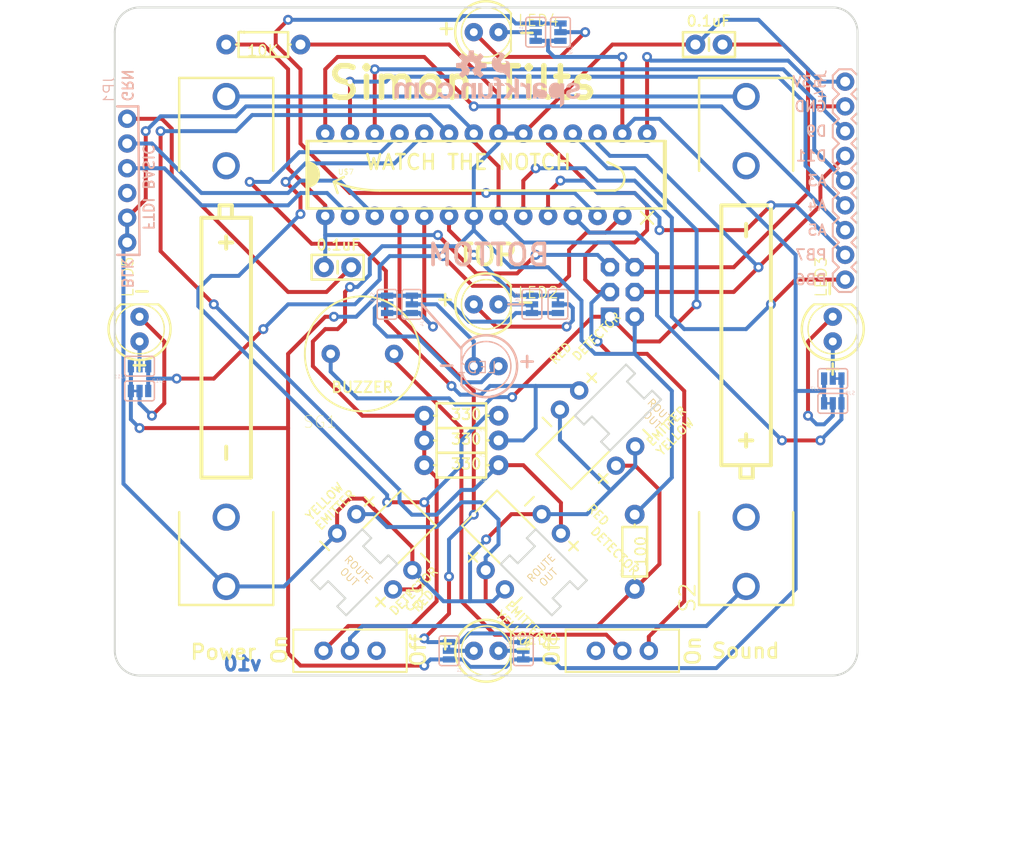
<source format=kicad_pcb>
(kicad_pcb (version 20211014) (generator pcbnew)
  (layers (0 "F.Cu" signal) (31 "B.Cu" signal) (34 "B.Paste" user) (35 "F.Paste" user) (36 "B.SilkS" user "B.Silkscreen") (37 "F.SilkS" user "F.Silkscreen") (38 "B.Mask" user) (39 "F.Mask" user) (44 "Edge.Cuts" user))
  (net 0 "")
  (net 1 "GND")
  (net 2 "3.3V")
  (net 3 "N$2")
  (net 4 "RESET")
  (net 5 "MOSI")
  (net 6 "SCK")
  (net 7 "MISO")
  (net 8 "DTR")
  (net 9 "RX-I")
  (net 10 "TX-O")
  (net 11 "N$4")
  (net 12 "N$3")
  (net 13 "LEDS-GND")
  (net 14 "LED0")
  (net 15 "LED1")
  (net 16 "LED2")
  (net 17 "LED3")
  (net 18 "LED4")
  (net 19 "LED5")
  (net 20 "N$6")
  (net 21 "TILT-0")
  (net 22 "TILT-1")
  (net 23 "TILT-2")
  (net 24 "D9")
  (net 25 "A3")
  (net 26 "A4")
  (net 27 "A5")
  (net 28 "PB6")
  (net 29 "PB7")
  (net 30 "N$1")
  (net 31 "N$5")
  (net 32 "N$7")
  (net 33 "N$8")
  (net 34 "N$9")
  (net 35 "N$10")
  (net 36 "N$11")
  (net 37 "N$12")
  (net 38 "N$13")
  (net 39 "N$14")
  (net 40 "N$15")
  (net 41 "N$16")
  (net 42 "N$17")
  (footprint "boardEagle:CREATIVE_COMMONS" (layer "F.Cu") (at 118.944643 148.1836)
    (fp_text reference "FRAME1" hide)
    (fp_text value "FRAME-LETTER" hide)
  )
  (footprint "boardEagle:TILT_SENSOR_V5" (layer "F.Cu") (at 159.9311 113.8936 135)
    (fp_text reference "U$6" hide)
    (fp_text value "TILT_SENSORV5" hide)
    (fp_line (start 1.2446 0.4318) (end 1.2446 -0.7366) (layer "Edge.Cuts") (width 0.2032))
    (fp_line (start 2.54 6.6802) (end 1.2446 6.6802) (layer "Edge.Cuts") (width 0.2032))
    (fp_line (start -1.2446 5.5118) (end 1.2446 5.5118) (layer "Edge.Cuts") (width 0.2032))
    (fp_line (start 1.2446 -0.7366) (end 2.54 -0.7366) (layer "Edge.Cuts") (width 0.2032))
    (fp_line (start -1.2446 6.6802) (end -2.54 6.6802) (layer "Edge.Cuts") (width 0.2032))
    (fp_line (start -1.2446 5.5118) (end -1.2446 6.6802) (layer "Edge.Cuts") (width 0.2032))
    (fp_line (start 1.2446 6.6802) (end 1.2446 5.5118) (layer "Edge.Cuts") (width 0.2032))
    (fp_line (start -1.2446 -0.7366) (end -1.2446 0.4318) (layer "Edge.Cuts") (width 0.2032))
    (fp_line (start -2.54 -0.7366) (end -1.2446 -0.7366) (layer "Edge.Cuts") (width 0.2032))
    (fp_line (start 2.54 6.6802) (end 2.54 -0.7366) (layer "Edge.Cuts") (width 0.2032))
    (fp_line (start -2.54 -0.7366) (end -2.54 6.6802) (layer "Edge.Cuts") (width 0.2032))
    (fp_line (start 1.2446 0.4318) (end -1.2446 0.4318) (layer "Edge.Cuts") (width 0.2032))
  )
  (footprint "boardEagle:AXIAL-0.3-KIT" (layer "F.Cu") (at 145.9611 115.1636 180)
    (fp_text reference "R3")
    (fp_text value "330")
  )
  (footprint "boardEagle:AXIAL-0.3-KIT" (layer "F.Cu") (at 145.9611 117.7036 180)
    (fp_text reference "R5")
    (fp_text value "330")
  )
  (footprint "boardEagle:STAND-OFF" (layer "F.Cu") (at 114.2111 135.4836)
    (fp_text reference "JP7" hide)
    (fp_text value "STAND-OFF" hide)
  )
  (footprint "boardEagle:DIL28-3_KEYED-14" (layer "F.Cu") (at 148.5011 87.8586)
    (fp_text reference "U$7")
    (fp_text value "AVR-MEGA8-P-KEYED-14")
  )
  (footprint "boardEagle:LED5MM-KIT" (layer "F.Cu") (at 148.5011 73.2536)
    (fp_text reference "LED4")
    (fp_text value "")
  )
  (footprint "boardEagle:CAP-PTH-SMALL-KIT" (layer "F.Cu") (at 133.2611 97.3836 180)
    (fp_text reference "C2" hide)
    (fp_text value "0.1uF" hide)
  )
  (footprint "boardEagle:LED5MM-KIT" (layer "F.Cu") (at 112.9411 103.7336 90)
    (fp_text reference "LED5")
    (fp_text value "")
  )
  (footprint "boardEagle:STAND-OFF" (layer "F.Cu") (at 182.7911 74.5236)
    (fp_text reference "JP6" hide)
    (fp_text value "STAND-OFF" hide)
  )
  (footprint "boardEagle:TILT_SENSOR_V5" (layer "F.Cu") (at 137.0711 126.5936 -45)
    (fp_text reference "U$5" hide)
    (fp_text value "TILT_SENSORV5" hide)
    (fp_line (start 1.2446 -0.7366) (end 2.54 -0.7366) (layer "Edge.Cuts") (width 0.2032))
    (fp_line (start 1.2446 6.6802) (end 1.2446 5.5118) (layer "Edge.Cuts") (width 0.2032))
    (fp_line (start 2.54 6.6802) (end 2.54 -0.7366) (layer "Edge.Cuts") (width 0.2032))
    (fp_line (start 2.54 6.6802) (end 1.2446 6.6802) (layer "Edge.Cuts") (width 0.2032))
    (fp_line (start -1.2446 5.5118) (end 1.2446 5.5118) (layer "Edge.Cuts") (width 0.2032))
    (fp_line (start 1.2446 0.4318) (end -1.2446 0.4318) (layer "Edge.Cuts") (width 0.2032))
    (fp_line (start -2.54 -0.7366) (end -1.2446 -0.7366) (layer "Edge.Cuts") (width 0.2032))
    (fp_line (start -2.54 -0.7366) (end -2.54 6.6802) (layer "Edge.Cuts") (width 0.2032))
    (fp_line (start -1.2446 6.6802) (end -2.54 6.6802) (layer "Edge.Cuts") (width 0.2032))
    (fp_line (start -1.2446 -0.7366) (end -1.2446 0.4318) (layer "Edge.Cuts") (width 0.2032))
    (fp_line (start -1.2446 5.5118) (end -1.2446 6.6802) (layer "Edge.Cuts") (width 0.2032))
    (fp_line (start 1.2446 0.4318) (end 1.2446 -0.7366) (layer "Edge.Cuts") (width 0.2032))
  )
  (footprint "boardEagle:BATTERY-AA-KIT" (layer "F.Cu") (at 175.1711 105.0036 90)
    (fp_text reference "BAT2" hide)
    (fp_text value "AA" hide)
  )
  (footprint "boardEagle:STAND-OFF" (layer "F.Cu") (at 182.7911 135.4836)
    (fp_text reference "JP2" hide)
    (fp_text value "STAND-OFF" hide)
  )
  (footprint "boardEagle:BUZZER-12MM-KIT" (layer "F.Cu") (at 135.8011 106.2736 180)
    (fp_text reference "SG1")
    (fp_text value "BUZZER" hide)
  )
  (footprint "boardEagle:LED5MM-KIT" (layer "F.Cu") (at 148.5011 136.7536)
    (fp_text reference "LED0")
    (fp_text value "")
  )
  (footprint "boardEagle:AXIAL-0.3-KIT" (layer "F.Cu") (at 163.7411 126.5936 90)
    (fp_text reference "R2")
    (fp_text value "100")
  )
  (footprint "boardEagle:LED5MM-KIT" (layer "F.Cu") (at 184.0611 103.7336 90)
    (fp_text reference "LED3")
    (fp_text value "")
  )
  (footprint "boardEagle:AXIAL-0.3-KIT" (layer "F.Cu") (at 125.6411 74.5236)
    (fp_text reference "R1")
    (fp_text value "10K")
  )
  (footprint "boardEagle:SWITCH-SPDT_KIT" (layer "F.Cu") (at 162.4711 136.7536 -90)
    (fp_text reference "S2")
    (fp_text value "")
  )
  (footprint "" (layer "F.Cu") (at 135.8011 106.2736)
    (fp_text reference "@HOLE0" hide)
    (fp_text value "")
  )
  (footprint "boardEagle:CAP-PTH-SMALL-KIT" (layer "F.Cu") (at 171.3611 74.5236 180)
    (fp_text reference "C1" hide)
    (fp_text value "0.1uF" hide)
  )
  (footprint "boardEagle:AXIAL-0.3-KIT" (layer "F.Cu") (at 145.9611 112.6236 180)
    (fp_text reference "R4")
    (fp_text value "330")
  )
  (footprint "boardEagle:STAND-OFF" (layer "F.Cu") (at 114.2111 74.5236)
    (fp_text reference "JP5" hide)
    (fp_text value "STAND-OFF" hide)
  )
  (footprint "boardEagle:SWITCH-SPDT_KIT" (layer "F.Cu") (at 134.5311 136.7536 -90)
    (fp_text reference "S1")
    (fp_text value "Power")
  )
  (footprint "boardEagle:TILT_SENSOR_V5" (layer "F.Cu") (at 152.3111 126.5936 45)
    (fp_text reference "U$4" hide)
    (fp_text value "TILT_SENSORV5" hide)
    (fp_line (start 1.2446 0.4318) (end -1.2446 0.4318) (layer "Edge.Cuts") (width 0.2032))
    (fp_line (start 1.2446 -0.7366) (end 2.54 -0.7366) (layer "Edge.Cuts") (width 0.2032))
    (fp_line (start 1.2446 0.4318) (end 1.2446 -0.7366) (layer "Edge.Cuts") (width 0.2032))
    (fp_line (start 1.2446 6.6802) (end 1.2446 5.5118) (layer "Edge.Cuts") (width 0.2032))
    (fp_line (start -1.2446 -0.7366) (end -1.2446 0.4318) (layer "Edge.Cuts") (width 0.2032))
    (fp_line (start -2.54 -0.7366) (end -1.2446 -0.7366) (layer "Edge.Cuts") (width 0.2032))
    (fp_line (start 2.54 6.6802) (end 1.2446 6.6802) (layer "Edge.Cuts") (width 0.2032))
    (fp_line (start -2.54 -0.7366) (end -2.54 6.6802) (layer "Edge.Cuts") (width 0.2032))
    (fp_line (start -1.2446 5.5118) (end -1.2446 6.6802) (layer "Edge.Cuts") (width 0.2032))
    (fp_line (start 2.54 6.6802) (end 2.54 -0.7366) (layer "Edge.Cuts") (width 0.2032))
    (fp_line (start -1.2446 6.6802) (end -2.54 6.6802) (layer "Edge.Cuts") (width 0.2032))
    (fp_line (start -1.2446 5.5118) (end 1.2446 5.5118) (layer "Edge.Cuts") (width 0.2032))
  )
  (footprint "boardEagle:LED5MM-KIT" (layer "F.Cu") (at 148.5011 101.1936)
    (fp_text reference "LED2")
    (fp_text value "")
  )
  (footprint "boardEagle:BATTERY-AA-KIT" (layer "F.Cu") (at 121.8311 105.0036 -90)
    (fp_text reference "BAT1" hide)
    (fp_text value "AA" hide)
  )
  (footprint "boardEagle:SJ_3" (layer "B.Cu") (at 112.9411 110.0836 180)
    (fp_text reference "SJ12")
    (fp_text value "")
  )
  (footprint "boardEagle:SJ_3" (layer "B.Cu") (at 112.9411 107.5436)
    (fp_text reference "SJ11")
    (fp_text value "")
  )
  (footprint "boardEagle:OSHW-LOGO-S" (layer "B.Cu") (at 146.9771 76.6826 180)
    (fp_text reference "U$3" hide)
    (fp_text value "OSHW-LOGOS" hide)
  )
  (footprint "boardEagle:SFE-NEW-WEBLOGO" (layer "B.Cu") (at 158.1531 81.0006 180)
    (fp_text reference "U$1" hide)
    (fp_text value "LOGO-SFENEW" hide)
  )
  (footprint "boardEagle:SJ_3" (layer "B.Cu") (at 184.0611 108.8136)
    (fp_text reference "SJ7")
    (fp_text value "")
  )
  (footprint "boardEagle:LED5MM-KIT" (layer "B.Cu") (at 148.5011 107.5436 180)
    (fp_text reference "LED1")
    (fp_text value "")
  )
  (footprint "boardEagle:SJ_3" (layer "B.Cu") (at 155.8671 101.1936 90)
    (fp_text reference "SJ5")
    (fp_text value "")
  )
  (footprint "boardEagle:SJ_3" (layer "B.Cu") (at 140.8811 101.1936 90)
    (fp_text reference "SJ4")
    (fp_text value "")
  )
  (footprint "boardEagle:SJ_3" (layer "B.Cu") (at 184.0611 111.3536 180)
    (fp_text reference "SJ8")
    (fp_text value "")
  )
  (footprint "boardEagle:SJ_3" (layer "B.Cu") (at 152.3111 136.7536 -90)
    (fp_text reference "SJ2")
    (fp_text value "")
  )
  (footprint "boardEagle:SJ_3" (layer "B.Cu") (at 144.6911 136.7536 90)
    (fp_text reference "SJ1")
    (fp_text value "")
  )
  (footprint "boardEagle:1X06-NOSILK" (layer "B.Cu") (at 111.6711 82.1436 -90)
    (fp_text reference "JP1")
    (fp_text value "Serial" hide)
  )
  (footprint "boardEagle:SJ_3" (layer "B.Cu") (at 153.2001 101.1936 -90)
    (fp_text reference "SJ6")
    (fp_text value "")
  )
  (footprint "boardEagle:SJ_3" (layer "B.Cu") (at 156.1211 73.2536 90)
    (fp_text reference "SJ9")
    (fp_text value "")
  )
  (footprint "boardEagle:1X09" (layer "B.Cu") (at 185.3311 78.3336 -90)
    (fp_text reference "JP4")
    (fp_text value "M09")
  )
  (footprint "boardEagle:SJ_3" (layer "B.Cu") (at 153.5811 73.2536 -90)
    (fp_text reference "SJ10")
    (fp_text value "")
  )
  (footprint "boardEagle:2X3-NS" (layer "B.Cu") (at 162.4711 99.9236 90)
    (fp_text reference "JP3" hide)
    (fp_text value "" hide)
  )
  (footprint "boardEagle:SJ_3" (layer "B.Cu") (at 138.3411 101.1936 -90)
    (fp_text reference "SJ3")
    (fp_text value "")
  )
  (gr_line (start 152.3111 101.1936) (end 150.7871 101.1936) (layer "B.SilkS") (width 0.254))
  (gr_line (start 110.6551 80.8736) (end 112.8141 80.8736) (layer "B.SilkS") (width 0.254))
  (gr_line (start 145.9611 105.7656) (end 141.8971 101.1936) (layer "B.SilkS") (width 0.254))
  (gr_line (start 110.6551 96.1136) (end 112.9411 96.1136) (layer "B.SilkS") (width 0.254))
  (gr_line (start 112.8141 80.8736) (end 112.9411 96.1136) (layer "B.SilkS") (width 0.254))
  (gr_line (start 132.8801 88.6206) (end 133.8961 88.1126) (layer "F.SilkS") (width 0.254))
  (gr_arc (start 161.9631 87.0966) (mid 162.672206 88.391112) (end 161.7091 89.509602) (layer "F.SilkS") (width 0.254))
  (gr_line (start 160.9471 86.5886) (end 161.9631 87.0966) (layer "F.SilkS") (width 0.254))
  (gr_line (start 132.8801 88.6206) (end 133.2611 89.7636) (layer "F.SilkS") (width 0.254))
  (gr_line (start 161.7091 89.5096) (end 137.5791 89.5096) (layer "F.SilkS") (width 0.254))
  (gr_arc (start 137.5791 89.5096) (mid 135.187922 89.285396) (end 132.8801 88.6206) (layer "F.SilkS") (width 0.254))
  (gr_arc (start 184.0611 70.7136) (mid 185.857151 71.457549) (end 186.6011 73.2536) (layer "Edge.Cuts") (width 0.2032))
  (gr_arc (start 112.9411 139.2936) (mid 111.145049 138.549651) (end 110.4011 136.7536) (layer "Edge.Cuts") (width 0.2032))
  (gr_line (start 186.6011 136.7536) (end 186.6011 73.2536) (layer "Edge.Cuts") (width 0.2032))
  (gr_arc (start 110.4011 73.2536) (mid 111.145049 71.457549) (end 112.9411 70.7136) (layer "Edge.Cuts") (width 0.2032))
  (gr_line (start 184.0611 70.7136) (end 112.9411 70.7136) (layer "Edge.Cuts") (width 0.2032))
  (gr_arc (start 186.6011 136.7536) (mid 185.857151 138.549651) (end 184.0611 139.2936) (layer "Edge.Cuts") (width 0.2032))
  (gr_line (start 112.9411 139.2936) (end 184.0611 139.2936) (layer "Edge.Cuts") (width 0.2032))
  (gr_line (start 110.4011 73.2536) (end 110.4011 136.7536) (layer "Edge.Cuts") (width 0.2032))
  (gr_text "v10" (at 125.6411 138.9126) (layer "B.Cu") (effects (font (size 1.4224 1.4224) (thickness 0.3556)) (justify left bottom mirror)))
  (gr_text "GND" (at 183.5531 81.5086) (layer "B.SilkS") (effects (font (size 1.0795 1.0795) (thickness 0.1905)) (justify left bottom mirror)))
  (gr_text "D9" (at 183.5531 84.0486) (layer "B.SilkS") (effects (font (size 1.0795 1.0795) (thickness 0.1905)) (justify left bottom mirror)))
  (gr_text "D11" (at 183.5531 86.5886) (layer "B.SilkS") (effects (font (size 1.0795 1.0795) (thickness 0.1905)) (justify left bottom mirror)))
  (gr_text "A3" (at 183.5531 89.1286) (layer "B.SilkS") (effects (font (size 1.0795 1.0795) (thickness 0.1905)) (justify left bottom mirror)))
  (gr_text "FTDI BASIC" (at 113.1951 93.7006 -90) (layer "B.SilkS") (effects (font (size 1.0795 1.0795) (thickness 0.1905)) (justify left bottom mirror)))
  (gr_text "A4" (at 183.5531 91.6686) (layer "B.SilkS") (effects (font (size 1.0795 1.0795) (thickness 0.1905)) (justify left bottom mirror)))
  (gr_text "_" (at 145.1991 107.5436) (layer "B.SilkS") (effects (font (size 1.5113 1.5113) (thickness 0.2667)) (justify left bottom mirror)))
  (gr_text "PB6" (at 183.5531 99.2886) (layer "B.SilkS") (effects (font (size 1.0795 1.0795) (thickness 0.1905)) (justify left bottom mirror)))
  (gr_text "+" (at 151.9301 108.1786 -90) (layer "B.SilkS") (effects (font (size 1.5113 1.5113) (thickness 0.2667)) (justify left bottom mirror)))
  (gr_text "3.3V" (at 183.5531 78.9686) (layer "B.SilkS") (effects (font (size 1.0795 1.0795) (thickness 0.1905)) (justify left bottom mirror)))
  (gr_text "BOTTOM" (at 155.2321 97.3836) (layer "B.SilkS") (effects (font (size 2.159 2.159) (thickness 0.381)) (justify left bottom mirror)))
  (gr_text "A5" (at 183.5531 94.2086) (layer "B.SilkS") (effects (font (size 1.0795 1.0795) (thickness 0.1905)) (justify left bottom mirror)))
  (gr_text "BLK" (at 111.0361 99.6696 -90) (layer "B.SilkS") (effects (font (size 1.0795 1.0795) (thickness 0.1905)) (justify left bottom mirror)))
  (gr_text "GRN" (at 111.0361 80.4926 -90) (layer "B.SilkS") (effects (font (size 1.0795 1.0795) (thickness 0.1905)) (justify left bottom mirror)))
  (gr_text "PB7" (at 183.5531 96.7486) (layer "B.SilkS") (effects (font (size 1.0795 1.0795) (thickness 0.1905)) (justify left bottom mirror)))
  (gr_text "Sound" (at 171.4881 137.6426) (layer "F.SilkS") (effects (font (size 1.5113 1.5113) (thickness 0.2667)) (justify left bottom)))
  (gr_text "Power" (at 118.0211 137.7696) (layer "F.SilkS") (effects (font (size 1.5113 1.5113) (thickness 0.2667)) (justify left bottom)))
  (gr_text "TOP" (at 145.3261 97.3836) (layer "F.SilkS") (effects (font (size 2.159 2.159) (thickness 0.381)) (justify left bottom)))
  (gr_text "WATCH THE NOTCH" (at 135.9281 87.4776) (layer "F.SilkS") (effects (font (size 1.5113 1.5113) (thickness 0.2667)) (justify left bottom)))
  (gr_text "+" (at 145.0721 137.1346 90) (layer "F.SilkS") (effects (font (size 1.5113 1.5113) (thickness 0.2667)) (justify left bottom)))
  (gr_text "Off" (at 142.4051 138.5316 90) (layer "F.SilkS") (effects (font (size 1.5113 1.5113) (thickness 0.2667)) (justify left bottom)))
  (gr_text "On" (at 170.5991 138.4046 90) (layer "F.SilkS") (effects (font (size 1.5113 1.5113) (thickness 0.2667)) (justify left bottom)))
  (gr_text "_" (at 151.5491 136.6266) (layer "F.SilkS") (effects (font (size 1.5113 1.5113) (thickness 0.2667)) (justify left bottom)))
  (gr_text "_" (at 183.8071 100.3046 90) (layer "F.SilkS") (effects (font (size 1.5113 1.5113) (thickness 0.2667)) (justify left bottom)))
  (gr_text "+" (at 145.0721 101.8286 90) (layer "F.SilkS") (effects (font (size 1.5113 1.5113) (thickness 0.2667)) (justify left bottom)))
  (gr_text "On" (at 128.1811 138.2776 90) (layer "F.SilkS") (effects (font (size 1.5113 1.5113) (thickness 0.2667)) (justify left bottom)))
  (gr_text "_" (at 151.8031 101.0666) (layer "F.SilkS") (effects (font (size 1.5113 1.5113) (thickness 0.2667)) (justify left bottom)))
  (gr_text "+" (at 145.1991 74.0156 90) (layer "F.SilkS") (effects (font (size 1.5113 1.5113) (thickness 0.2667)) (justify left bottom)))
  (gr_text "_" (at 151.9301 73.3806) (layer "F.SilkS") (effects (font (size 1.5113 1.5113) (thickness 0.2667)) (justify left bottom)))
  (gr_text "+" (at 184.8231 108.9406 90) (layer "F.SilkS") (effects (font (size 1.5113 1.5113) (thickness 0.2667)) (justify left bottom)))
  (gr_text "+" (at 113.7031 108.5596 90) (layer "F.SilkS") (effects (font (size 1.5113 1.5113) (thickness 0.2667)) (justify left bottom)))
  (gr_text "BUZZER" (at 132.4991 110.3376) (layer "F.SilkS") (effects (font (size 1.0795 1.0795) (thickness 0.1905)) (justify left bottom)))
  (gr_text "Simon Tilts" (at 131.9911 80.3656) (layer "F.SilkS") (effects (font (size 3.2385 3.2385) (thickness 0.5715)) (justify left bottom)))
  (gr_text "Off" (at 156.1211 138.5316 90) (layer "F.SilkS") (effects (font (size 1.5113 1.5113) (thickness 0.2667)) (justify left bottom)))
  (gr_text "_" (at 112.4331 99.9236) (layer "F.SilkS") (effects (font (size 1.5113 1.5113) (thickness 0.2667)) (justify left bottom)))
  (gr_text "0.1uF" (at 168.9481 72.7456) (layer "F.SilkS") (effects (font (size 1.0795 1.0795) (thickness 0.1905)) (justify left bottom)))
  (gr_text "0.1uF" (at 130.9751 95.7326) (layer "F.SilkS") (effects (font (size 1.0795 1.0795) (thickness 0.1905)) (justify left bottom)))
  (segment (start 172.7581 74.5236) (end 178.9811 74.5236) (width 0.4064) (layer "F.Cu") (net 1))
  (segment (start 185.3311 80.8736) (end 181.5211 80.8736) (width 0.4064) (layer "F.Cu") (net 1))
  (segment (start 149.7711 87.0331) (end 147.2311 84.4931) (width 0.4064) (layer "F.Cu") (net 1))
  (segment (start 149.7711 87.0331) (end 149.7711 92.1131) (width 0.4064) (layer "F.Cu") (net 1))
  (segment (start 181.5211 77.0636) (end 181.5211 80.8736) (width 0.4064) (layer "F.Cu") (net 1))
  (segment (start 140.932609 126.13711) (end 140.932609 128.479457) (width 0.4064) (layer "F.Cu") (net 1))
  (segment (start 135.9281 121.1326) (end 134.5311 121.1326) (width 0.4064) (layer "F.Cu") (net 1))
  (segment (start 151.092609 122.732091) (end 154.196953 122.732091) (width 0.4064) (layer "F.Cu") (net 1))
  (segment (start 113.5761 83.4136) (end 113.5761 90.3986) (width 0.4064) (layer "F.Cu") (net 1))
  (segment (start 134.5311 121.1326) (end 133.209587 122.454113) (width 0.4064) (layer "F.Cu") (net 1))
  (segment (start 178.9811 74.5236) (end 181.5211 77.0636) (width 0.4064) (layer "F.Cu") (net 1))
  (segment (start 181.5211 80.8736) (end 181.5211 89.7636) (width 0.4064) (layer "F.Cu") (net 1))
  (segment (start 135.9281 121.1326) (end 140.932609 126.13711) (width 0.4064) (layer "F.Cu") (net 1))
  (segment (start 113.5761 90.3986) (end 111.6711 92.3036) (width 0.4064) (layer "F.Cu") (net 1))
  (segment (start 181.5211 89.7636) (end 173.9011 97.3836) (width 0.4064) (layer "F.Cu") (net 1))
  (segment (start 147.2311 84.4931) (end 147.2311 83.6676) (width 0.4064) (layer "F.Cu") (net 1))
  (segment (start 133.209587 122.454113) (end 133.209587 124.707747) (width 0.4064) (layer "F.Cu") (net 1))
  (segment (start 151.092609 122.732091) (end 148.5011 125.3236) (width 0.4064) (layer "F.Cu") (net 1))
  (segment (start 163.7411 97.3836) (end 173.9011 97.3836) (width 0.4064) (layer "F.Cu") (net 1))
  (via (at 148.5011 125.3236) (size 1.016) (drill 0.508) (layers "F.Cu" "B.Cu") (net 1))
  (via (at 113.5761 83.4136) (size 1.016) (drill 0.508) (layers "F.Cu" "B.Cu") (net 1))
  (segment (start 156.069587 115.112088) (end 161.2646 120.3071) (width 0.4064) (layer "B.Cu") (net 1))
  (segment (start 111.6711 94.8436) (end 111.6711 92.3036) (width 0.4064) (layer "B.Cu") (net 1))
  (segment (start 111.2901 119.6086) (end 121.8311 130.1496) (width 0.4064) (layer "B.Cu") (net 1))
  (segment (start 149.206756 131.6736) (end 150.425243 130.455113) (width 0.4064) (layer "B.Cu") (net 1))
  (segment (start 146.8501 131.6736) (end 149.206756 131.6736) (width 0.4064) (layer "B.Cu") (net 1))
  (segment (start 127.767734 130.1496) (end 133.209587 124.707747) (width 0.4064) (layer "B.Cu") (net 1))
  (segment (start 148.5011 125.3236) (end 146.8501 126.9746) (width 0.4064) (layer "B.Cu") (net 1))
  (segment (start 146.8501 126.9746) (end 146.8501 131.6736) (width 0.4064) (layer "B.Cu") (net 1))
  (segment (start 144.126753 131.6736) (end 140.932609 128.479457) (width 0.4064) (layer "B.Cu") (net 1))
  (segment (start 156.069587 115.112088) (end 156.069587 112.007747) (width 0.4064) (layer "B.Cu") (net 1))
  (segment (start 147.2311 83.4136) (end 144.6911 80.8736) (width 0.4064) (layer "B.Cu") (net 1))
  (segment (start 144.6911 80.8736) (end 123.8631 80.8736) (width 0.4064) (layer "B.Cu") (net 1))
  (segment (start 163.7411 97.3836) (end 161.2011 94.8436) (width 0.4064) (layer "B.Cu") (net 1))
  (segment (start 149.7711 92.3036) (end 152.3111 94.8436) (width 0.4064) (layer "B.Cu") (net 1))
  (segment (start 163.792609 117.779091) (end 163.792609 115.779457) (width 0.4064) (layer "B.Cu") (net 1))
  (segment (start 123.8631 80.8736) (end 122.8471 81.8896) (width 0.4064) (layer "B.Cu") (net 1))
  (segment (start 152.3111 94.8436) (end 161.2011 94.8436) (width 0.4064) (layer "B.Cu") (net 1))
  (segment (start 161.2646 120.3071) (end 163.792609 117.779091) (width 0.4064) (layer "B.Cu") (net 1))
  (segment (start 149.7711 92.1131) (end 149.7711 92.3036) (width 0.4064) (layer "B.Cu") (net 1))
  (segment (start 111.2901 95.2246) (end 111.2901 119.6086) (width 0.4064) (layer "B.Cu") (net 1))
  (segment (start 115.1001 81.8896) (end 113.5761 83.4136) (width 0.4064) (layer "B.Cu") (net 1))
  (segment (start 161.2646 120.3071) (end 158.839609 122.732091) (width 0.4064) (layer "B.Cu") (net 1))
  (segment (start 122.8471 81.8896) (end 115.1001 81.8896) (width 0.4064) (layer "B.Cu") (net 1))
  (segment (start 111.6711 94.8436) (end 111.2901 95.2246) (width 0.4064) (layer "B.Cu") (net 1))
  (segment (start 121.8311 130.1496) (end 127.767734 130.1496) (width 0.4064) (layer "B.Cu") (net 1))
  (segment (start 158.839609 122.732091) (end 154.196953 122.732091) (width 0.4064) (layer "B.Cu") (net 1))
  (segment (start 147.2311 83.6676) (end 147.2311 83.4136) (width 0.4064) (layer "B.Cu") (net 1))
  (segment (start 146.8501 131.6736) (end 144.126753 131.6736) (width 0.4064) (layer "B.Cu") (net 1))
  (segment (start 134.0231 99.9236) (end 134.5311 99.4156) (width 0.4064) (layer "F.Cu") (net 2))
  (segment (start 161.4551 74.5236) (end 169.9641 74.5236) (width 0.4064) (layer "F.Cu") (net 2))
  (segment (start 131.8133 136.7536) (end 134.3533 134.2136) (width 0.4064) (layer "F.Cu") (net 2))
  (segment (start 131.9911 103.7336) (end 130.7211 105.0036) (width 0.4064) (layer "F.Cu") (net 2))
  (segment (start 135.8011 112.6236) (end 142.1511 112.6236) (width 0.4064) (layer "F.Cu") (net 2))
  (segment (start 133.2611 103.7336) (end 131.9911 103.7336) (width 0.4064) (layer "F.Cu") (net 2))
  (segment (start 143.4211 118.9736) (end 142.1511 117.7036) (width 0.4064) (layer "F.Cu") (net 2))
  (segment (start 130.7211 105.0036) (end 130.7211 107.5436) (width 0.4064) (layer "F.Cu") (net 2))
  (segment (start 144.6911 74.5236) (end 149.7711 79.6036) (width 0.4064) (layer "F.Cu") (net 2))
  (segment (start 140.8811 134.2136) (end 143.4211 131.6736) (width 0.4064) (layer "F.Cu") (net 2))
  (segment (start 133.2611 103.7336) (end 134.0231 102.9716) (width 0.4064) (layer "F.Cu") (net 2))
  (segment (start 134.0231 102.9716) (end 134.0231 99.9236) (width 0.4064) (layer "F.Cu") (net 2))
  (segment (start 129.4511 74.5236) (end 144.6911 74.5236) (width 0.4064) (layer "F.Cu") (net 2))
  (segment (start 149.7711 79.6036) (end 149.7711 83.6676) (width 0.4064) (layer "F.Cu") (net 2))
  (segment (start 130.7211 107.5436) (end 135.8011 112.6236) (width 0.4064) (layer "F.Cu") (net 2))
  (segment (start 152.3111 83.6676) (end 161.4551 74.5236) (width 0.4064) (layer "F.Cu") (net 2))
  (segment (start 142.1511 115.1636) (end 142.1511 112.6236) (width 0.4064) (layer "F.Cu") (net 2))
  (segment (start 134.3533 134.2136) (end 140.8811 134.2136) (width 0.4064) (layer "F.Cu") (net 2))
  (segment (start 143.4211 131.6736) (end 143.4211 118.9736) (width 0.4064) (layer "F.Cu") (net 2))
  (segment (start 142.1511 117.7036) (end 142.1511 115.1636) (width 0.4064) (layer "F.Cu") (net 2))
  (via (at 134.5311 99.4156) (size 1.016) (drill 0.508) (layers "F.Cu" "B.Cu") (net 2))
  (segment (start 158.2801 104.8766) (end 159.6771 106.2736) (width 0.4064) (layer "B.Cu") (net 2))
  (segment (start 182.7911 78.3336) (end 185.3311 78.3336) (width 0.4064) (layer "B.Cu") (net 2))
  (segment (start 169.9641 74.5236) (end 170.0911 74.5236) (width 0.4064) (layer "B.Cu") (net 2))
  (segment (start 135.2931 99.4156) (end 136.5631 98.1456) (width 0.4064) (layer "B.Cu") (net 2))
  (segment (start 167.5511 110.0836) (end 163.7411 106.2736) (width 0.4064) (layer "B.Cu") (net 2))
  (segment (start 163.7411 103.7336) (end 163.7411 102.4636) (width 0.4064) (layer "B.Cu") (net 2))
  (segment (start 158.2801 100.8126) (end 158.2801 104.8766) (width 0.4064) (layer "B.Cu") (net 2))
  (segment (start 151.0411 97.3836) (end 147.2311 93.5736) (width 0.4064) (layer "B.Cu") (net 2))
  (segment (start 163.7411 106.2736) (end 163.7411 102.4636) (width 0.4064) (layer "B.Cu") (net 2))
  (segment (start 170.0911 74.5236) (end 172.6311 71.9836) (width 0.4064) (layer "B.Cu") (net 2))
  (segment (start 136.5631 96.4946) (end 136.5631 98.1456) (width 0.4064) (layer "B.Cu") (net 2))
  (segment (start 147.2311 92.1131) (end 147.2311 93.5736) (width 0.4064) (layer "B.Cu") (net 2))
  (segment (start 145.5801 95.2246) (end 137.8331 95.2246) (width 0.4064) (layer "B.Cu") (net 2))
  (segment (start 152.3111 83.6676) (end 149.7711 83.6676) (width 0.4064) (layer "B.Cu") (net 2))
  (segment (start 163.7411 122.7836) (end 167.5511 118.9736) (width 0.4064) (layer "B.Cu") (net 2))
  (segment (start 149.7711 83.6676) (end 149.7711 84.6836) (width 0.4064) (layer "B.Cu") (net 2))
  (segment (start 149.7711 84.6836) (end 147.2311 87.2236) (width 0.4064) (layer "B.Cu") (net 2))
  (segment (start 134.5311 99.4156) (end 135.2931 99.4156) (width 0.4064) (layer "B.Cu") (net 2))
  (segment (start 176.4411 71.9836) (end 182.7911 78.3336) (width 0.4064) (layer "B.Cu") (net 2))
  (segment (start 158.2801 100.8126) (end 154.8511 97.3836) (width 0.4064) (layer "B.Cu") (net 2))
  (segment (start 154.8511 97.3836) (end 151.0411 97.3836) (width 0.4064) (layer "B.Cu") (net 2))
  (segment (start 147.2311 87.2236) (end 147.2311 92.1131) (width 0.4064) (layer "B.Cu") (net 2))
  (segment (start 172.6311 71.9836) (end 176.4411 71.9836) (width 0.4064) (layer "B.Cu") (net 2))
  (segment (start 159.6771 106.2736) (end 163.7411 106.2736) (width 0.4064) (layer "B.Cu") (net 2))
  (segment (start 147.2311 93.5736) (end 145.5801 95.2246) (width 0.4064) (layer "B.Cu") (net 2))
  (segment (start 167.5511 118.9736) (end 167.5511 110.0836) (width 0.4064) (layer "B.Cu") (net 2))
  (segment (start 137.8331 95.2246) (end 136.5631 96.4946) (width 0.4064) (layer "B.Cu") (net 2))
  (segment (start 134.5311 135.4836) (end 135.8011 134.2136) (width 0.4064) (layer "B.Cu") (net 3))
  (segment (start 135.8011 134.2136) (end 171.1071 134.2136) (width 0.4064) (layer "B.Cu") (net 3))
  (segment (start 134.5311 136.7536) (end 134.5311 135.4836) (width 0.4064) (layer "B.Cu") (net 3))
  (segment (start 171.1071 134.2136) (end 175.1711 130.1496) (width 0.4064) (layer "B.Cu") (net 3))
  (segment (start 131.9911 91.0336) (end 131.9911 92.1131) (width 0.4064) (layer "F.Cu") (net 4))
  (segment (start 128.1811 77.0636) (end 128.1811 87.2236) (width 0.4064) (layer "F.Cu") (net 4))
  (segment (start 125.6411 74.5236) (end 128.1811 77.0636) (width 0.4064) (layer "F.Cu") (net 4))
  (segment (start 121.8311 74.5236) (end 125.6411 74.5236) (width 0.4064) (layer "F.Cu") (net 4))
  (segment (start 143.5481 94.0816) (end 147.4851 98.0186) (width 0.4064) (layer "F.Cu") (net 4))
  (segment (start 128.1811 87.2236) (end 131.9911 91.0336) (width 0.4064) (layer "F.Cu") (net 4))
  (segment (start 147.4851 98.0186) (end 151.6761 98.0186) (width 0.4064) (layer "F.Cu") (net 4))
  (segment (start 151.6761 98.0186) (end 153.5811 96.1136) (width 0.4064) (layer "F.Cu") (net 4))
  (via (at 143.5481 94.0816) (size 1.016) (drill 0.508) (layers "F.Cu" "B.Cu") (net 4))
  (via (at 153.5811 96.1136) (size 1.016) (drill 0.508) (layers "F.Cu" "B.Cu") (net 4))
  (segment (start 131.9911 94.0816) (end 143.5481 94.0816) (width 0.4064) (layer "B.Cu") (net 4))
  (segment (start 131.9911 94.0816) (end 131.9911 97.2566) (width 0.4064) (layer "B.Cu") (net 4))
  (segment (start 153.5811 96.1136) (end 159.9311 96.1136) (width 0.4064) (layer "B.Cu") (net 4))
  (segment (start 131.9911 97.2566) (end 131.8641 97.3836) (width 0.4064) (layer "B.Cu") (net 4))
  (segment (start 159.9311 96.1136) (end 161.2011 97.3836) (width 0.4064) (layer "B.Cu") (net 4))
  (segment (start 131.9911 92.1131) (end 131.9911 94.0816) (width 0.4064) (layer "B.Cu") (net 4))
  (segment (start 182.7911 88.4936) (end 182.7911 91.0336) (width 0.4064) (layer "F.Cu") (net 5))
  (segment (start 176.4411 97.3836) (end 173.9011 99.9236) (width 0.4064) (layer "F.Cu") (net 5))
  (segment (start 185.3311 85.9536) (end 182.7911 88.4936) (width 0.4064) (layer "F.Cu") (net 5))
  (segment (start 182.7911 91.0336) (end 176.4411 97.3836) (width 0.4064) (layer "F.Cu") (net 5))
  (segment (start 163.7411 99.9236) (end 173.9011 99.9236) (width 0.4064) (layer "F.Cu") (net 5))
  (via (at 176.4411 97.3836) (size 1.016) (drill 0.508) (layers "F.Cu" "B.Cu") (net 5))
  (segment (start 165.0111 85.9536) (end 161.2011 85.9536) (width 0.4064) (layer "B.Cu") (net 5))
  (segment (start 161.2011 85.9536) (end 159.9311 84.6836) (width 0.4064) (layer "B.Cu") (net 5))
  (segment (start 176.4411 97.3836) (end 165.0111 85.9536) (width 0.4064) (layer "B.Cu") (net 5))
  (segment (start 159.9311 84.6836) (end 159.9311 83.6676) (width 0.4064) (layer "B.Cu") (net 5))
  (segment (start 165.0111 93.5736) (end 165.0111 91.0336) (width 0.4064) (layer "F.Cu") (net 6))
  (segment (start 165.1889 135.3058) (end 168.8211 131.6736) (width 0.4064) (layer "F.Cu") (net 6))
  (segment (start 158.6611 96.1136) (end 158.6611 98.6536) (width 0.4064) (layer "F.Cu") (net 6))
  (segment (start 163.7411 89.7636) (end 159.9311 89.7636) (width 0.4064) (layer "F.Cu") (net 6))
  (segment (start 159.9311 99.9236) (end 161.2011 99.9236) (width 0.4064) (layer "F.Cu") (net 6))
  (segment (start 159.9311 94.8436) (end 158.6611 96.1136) (width 0.4064) (layer "F.Cu") (net 6))
  (segment (start 165.0111 106.2736) (end 161.2011 106.2736) (width 0.4064) (layer "F.Cu") (net 6))
  (segment (start 163.7411 94.8436) (end 165.0111 93.5736) (width 0.4064) (layer "F.Cu") (net 6))
  (segment (start 165.0111 91.0336) (end 163.7411 89.7636) (width 0.4064) (layer "F.Cu") (net 6))
  (segment (start 154.8511 84.6836) (end 154.8511 83.6676) (width 0.4064) (layer "F.Cu") (net 6))
  (segment (start 165.1889 136.7536) (end 165.1889 135.3058) (width 0.4064) (layer "F.Cu") (net 6))
  (segment (start 161.2011 106.2736) (end 159.9311 105.0036) (width 0.4064) (layer "F.Cu") (net 6))
  (segment (start 168.8211 131.6736) (end 168.8211 110.0836) (width 0.4064) (layer "F.Cu") (net 6))
  (segment (start 159.9311 94.8436) (end 163.7411 94.8436) (width 0.4064) (layer "F.Cu") (net 6))
  (segment (start 158.6611 98.6536) (end 159.9311 99.9236) (width 0.4064) (layer "F.Cu") (net 6))
  (segment (start 168.8211 110.0836) (end 165.0111 106.2736) (width 0.4064) (layer "F.Cu") (net 6))
  (segment (start 159.9311 89.7636) (end 154.8511 84.6836) (width 0.4064) (layer "F.Cu") (net 6))
  (via (at 159.9311 105.0036) (size 1.016) (drill 0.508) (layers "F.Cu" "B.Cu") (net 6))
  (segment (start 159.9311 105.0036) (end 159.2961 104.3686) (width 0.4064) (layer "B.Cu") (net 6))
  (segment (start 159.2961 104.3686) (end 159.2961 101.0666) (width 0.4064) (layer "B.Cu") (net 6))
  (segment (start 160.4391 99.9236) (end 161.2011 99.9236) (width 0.4064) (layer "B.Cu") (net 6))
  (segment (start 159.2961 101.0666) (end 160.4391 99.9236) (width 0.4064) (layer "B.Cu") (net 6))
  (segment (start 166.2811 105.0036) (end 170.0911 101.1936) (width 0.4064) (layer "F.Cu") (net 7))
  (segment (start 163.7411 105.0036) (end 161.2011 102.4636) (width 0.4064) (layer "F.Cu") (net 7))
  (segment (start 161.2011 102.4636) (end 159.4231 102.4636) (width 0.4064) (layer "F.Cu") (net 7))
  (segment (start 159.4231 102.4636) (end 151.1681 110.7186) (width 0.4064) (layer "F.Cu") (net 7))
  (segment (start 163.7411 105.0036) (end 166.2811 105.0036) (width 0.4064) (layer "F.Cu") (net 7))
  (via (at 151.1681 110.7186) (size 1.016) (drill 0.508) (layers "F.Cu" "B.Cu") (net 7))
  (via (at 170.0911 101.1936) (size 1.016) (drill 0.508) (layers "F.Cu" "B.Cu") (net 7))
  (segment (start 132.5511 108.1036) (end 132.5511 106.2736) (width 0.4064) (layer "B.Cu") (net 7))
  (segment (start 148.3741 111.4806) (end 145.3261 111.4806) (width 0.4064) (layer "B.Cu") (net 7))
  (segment (start 151.1681 110.7186) (end 149.1361 110.7186) (width 0.4064) (layer "B.Cu") (net 7))
  (segment (start 163.7411 87.2236) (end 170.0911 93.5736) (width 0.4064) (layer "B.Cu") (net 7))
  (segment (start 145.3261 111.4806) (end 144.6911 110.8456) (width 0.4064) (layer "B.Cu") (net 7))
  (segment (start 157.3911 83.6676) (end 160.9471 87.2236) (width 0.4064) (layer "B.Cu") (net 7))
  (segment (start 160.9471 87.2236) (end 163.7411 87.2236) (width 0.4064) (layer "B.Cu") (net 7))
  (segment (start 170.0911 101.1936) (end 170.0911 93.5736) (width 0.4064) (layer "B.Cu") (net 7))
  (segment (start 135.2931 110.8456) (end 132.5511 108.1036) (width 0.4064) (layer "B.Cu") (net 7))
  (segment (start 144.6911 110.8456) (end 135.2931 110.8456) (width 0.4064) (layer "B.Cu") (net 7))
  (segment (start 149.1361 110.7186) (end 148.3741 111.4806) (width 0.4064) (layer "B.Cu") (net 7))
  (segment (start 116.2431 83.1596) (end 116.2431 87.9856) (width 0.4064) (layer "F.Cu") (net 8))
  (segment (start 128.1811 99.9236) (end 132.1181 99.9236) (width 0.4064) (layer "F.Cu") (net 8))
  (segment (start 111.6711 82.1436) (end 115.2271 82.1436) (width 0.4064) (layer "F.Cu") (net 8))
  (segment (start 116.2431 87.9856) (end 128.1811 99.9236) (width 0.4064) (layer "F.Cu") (net 8))
  (segment (start 115.2271 82.1436) (end 116.2431 83.1596) (width 0.4064) (layer "F.Cu") (net 8))
  (segment (start 132.1181 99.9236) (end 134.6581 97.3836) (width 0.4064) (layer "F.Cu") (net 8))
  (segment (start 111.6711 87.2236) (end 115.4811 87.2236) (width 0.4064) (layer "B.Cu") (net 9))
  (segment (start 132.1816 89.7636) (end 129.4511 89.7636) (width 0.4064) (layer "B.Cu") (net 9))
  (segment (start 129.4511 89.7636) (end 128.1811 91.0336) (width 0.4064) (layer "B.Cu") (net 9))
  (segment (start 115.4811 87.2236) (end 119.2911 91.0336) (width 0.4064) (layer "B.Cu") (net 9))
  (segment (start 132.1816 89.7636) (end 134.5311 92.1131) (width 0.4064) (layer "B.Cu") (net 9))
  (segment (start 128.1811 91.0336) (end 119.2911 91.0336) (width 0.4064) (layer "B.Cu") (net 9))
  (segment (start 133.4516 88.4936) (end 129.4511 88.4936) (width 0.4064) (layer "B.Cu") (net 10))
  (segment (start 114.2111 84.6836) (end 111.6711 84.6836) (width 0.4064) (layer "B.Cu") (net 10))
  (segment (start 128.1811 89.7636) (end 119.2911 89.7636) (width 0.4064) (layer "B.Cu") (net 10))
  (segment (start 119.2911 89.7636) (end 114.2111 84.6836) (width 0.4064) (layer "B.Cu") (net 10))
  (segment (start 137.0711 92.1131) (end 133.4516 88.4936) (width 0.4064) (layer "B.Cu") (net 10))
  (segment (start 129.4511 88.4936) (end 128.1811 89.7636) (width 0.4064) (layer "B.Cu") (net 10))
  (segment (start 175.1711 79.8576) (end 121.8311 79.8576) (width 0.4064) (layer "B.Cu") (net 11))
  (segment (start 145.9611 113.8936) (end 139.0511 106.9836) (width 0.4064) (layer "F.Cu") (net 12))
  (segment (start 160.8201 135.1026) (end 149.3901 135.1026) (width 0.4064) (layer "F.Cu") (net 12))
  (segment (start 162.4711 136.7536) (end 160.8201 135.1026) (width 0.4064) (layer "F.Cu") (net 12))
  (segment (start 139.0511 106.9836) (end 139.0511 106.2736) (width 0.4064) (layer "F.Cu") (net 12))
  (segment (start 145.9611 131.6736) (end 145.9611 113.8936) (width 0.4064) (layer "F.Cu") (net 12))
  (segment (start 149.3901 135.1026) (end 145.9611 131.6736) (width 0.4064) (layer "F.Cu") (net 12))
  (segment (start 131.9911 102.4636) (end 128.1811 106.2736) (width 0.4064) (layer "F.Cu") (net 13))
  (segment (start 128.1811 113.8936) (end 128.1811 106.2736) (width 0.4064) (layer "F.Cu") (net 13))
  (segment (start 142.1511 138.2776) (end 129.4511 138.2776) (width 0.4064) (layer "F.Cu") (net 13))
  (segment (start 162.4711 75.7936) (end 162.4711 83.6676) (width 0.4064) (layer "F.Cu") (net 13))
  (segment (start 112.9411 113.8936) (end 128.1811 113.8936) (width 0.4064) (layer "F.Cu") (net 13))
  (segment (start 129.4511 138.2776) (end 128.1811 137.0076) (width 0.4064) (layer "F.Cu") (net 13))
  (segment (start 132.8801 102.4636) (end 131.9911 102.4636) (width 0.4064) (layer "F.Cu") (net 13))
  (segment (start 128.1811 137.0076) (end 128.1811 113.8936) (width 0.4064) (layer "F.Cu") (net 13))
  (via (at 162.4711 75.7936) (size 1.016) (drill 0.508) (layers "F.Cu" "B.Cu") (net 13))
  (via (at 132.8801 102.4636) (size 1.016) (drill 0.508) (layers "F.Cu" "B.Cu") (net 13))
  (via (at 112.9411 113.8936) (size 1.016) (drill 0.508) (layers "F.Cu" "B.Cu") (net 13))
  (via (at 142.1511 138.2776) (size 1.016) (drill 0.508) (layers "F.Cu" "B.Cu") (net 13))
  (segment (start 154.8511 75.1586) (end 154.8511 74.1426) (width 0.4064) (layer "B.Cu") (net 13))
  (segment (start 183.1721 110.0836) (end 180.2511 110.0836) (width 0.4064) (layer "B.Cu") (net 13))
  (segment (start 142.7861 137.6426) (end 142.1511 138.2776) (width 0.4064) (layer "B.Cu") (net 13))
  (segment (start 151.5491 102.0826) (end 150.6601 102.9716) (width 0.4064) (layer "B.Cu") (net 13))
  (segment (start 144.6911 137.6426) (end 142.7861 137.6426) (width 0.4064) (layer "B.Cu") (net 13))
  (segment (start 183.1721 108.8136) (end 183.1721 110.0836) (width 0.4064) (layer "B.Cu") (net 13))
  (segment (start 162.4711 83.6676) (end 162.4711 83.4136) (width 0.4064) (layer "B.Cu") (net 13))
  (segment (start 155.2321 137.6426) (end 156.1211 138.5316) (width 0.4064) (layer "B.Cu") (net 13))
  (segment (start 138.3411 100.3046) (end 140.8811 100.3046) (width 0.4064) (layer "B.Cu") (net 13))
  (segment (start 146.8501 138.4046) (end 146.0881 137.6426) (width 0.4064) (layer "B.Cu") (net 13))
  (segment (start 180.2511 130.4036) (end 172.1231 138.5316) (width 0.4064) (layer "B.Cu") (net 13))
  (segment (start 112.0521 107.5436) (end 112.0521 110.0836) (width 0.4064) (layer "B.Cu") (net 13))
  (segment (start 144.0561 100.3046) (end 140.8811 100.3046) (width 0.4064) (layer "B.Cu") (net 13))
  (segment (start 180.2511 96.1136) (end 166.2811 82.1436) (width 0.4064) (layer "B.Cu") (net 13))
  (segment (start 155.2321 137.6426) (end 152.3111 137.6426) (width 0.4064) (layer "B.Cu") (net 13))
  (segment (start 180.2511 110.0836) (end 180.2511 130.4036) (width 0.4064) (layer "B.Cu") (net 13))
  (segment (start 162.4711 75.7936) (end 155.4861 75.7936) (width 0.4064) (layer "B.Cu") (net 13))
  (segment (start 151.2951 137.6426) (end 150.5331 138.4046) (width 0.4064) (layer "B.Cu") (net 13))
  (segment (start 112.0521 107.5436) (end 112.0521 113.0046) (width 0.4064) (layer "B.Cu") (net 13))
  (segment (start 135.1661 102.4636) (end 137.3251 100.3046) (width 0.4064) (layer "B.Cu") (net 13))
  (segment (start 151.2951 137.6426) (end 152.3111 137.6426) (width 0.4064) (layer "B.Cu") (net 13))
  (segment (start 137.3251 100.3046) (end 138.3411 100.3046) (width 0.4064) (layer "B.Cu") (net 13))
  (segment (start 146.0881 137.6426) (end 144.6911 137.6426) (width 0.4064) (layer "B.Cu") (net 13))
  (segment (start 112.0521 113.0046) (end 112.9411 113.8936) (width 0.4064) (layer "B.Cu") (net 13))
  (segment (start 153.2001 102.0826) (end 151.5491 102.0826) (width 0.4064) (layer "B.Cu") (net 13))
  (segment (start 153.5811 74.1426) (end 156.1211 74.1426) (width 0.4064) (layer "B.Cu") (net 13))
  (segment (start 132.8801 102.4636) (end 135.1661 102.4636) (width 0.4064) (layer "B.Cu") (net 13))
  (segment (start 162.4711 83.4136) (end 163.7411 82.1436) (width 0.4064) (layer "B.Cu") (net 13))
  (segment (start 166.2811 82.1436) (end 163.7411 82.1436) (width 0.4064) (layer "B.Cu") (net 13))
  (segment (start 172.1231 138.5316) (end 156.1211 138.5316) (width 0.4064) (layer "B.Cu") (net 13))
  (segment (start 146.7231 102.9716) (end 144.0561 100.3046) (width 0.4064) (layer "B.Cu") (net 13))
  (segment (start 183.1721 108.8136) (end 183.1721 111.3536) (width 0.4064) (layer "B.Cu") (net 13))
  (segment (start 150.5331 138.4046) (end 146.8501 138.4046) (width 0.4064) (layer "B.Cu") (net 13))
  (segment (start 154.8511 74.1426) (end 156.1211 74.1426) (width 0.4064) (layer "B.Cu") (net 13))
  (segment (start 155.8671 102.0826) (end 153.2001 102.0826) (width 0.4064) (layer "B.Cu") (net 13))
  (segment (start 155.4861 75.7936) (end 154.8511 75.1586) (width 0.4064) (layer "B.Cu") (net 13))
  (segment (start 150.6601 102.9716) (end 146.7231 102.9716) (width 0.4064) (layer "B.Cu") (net 13))
  (segment (start 180.2511 96.1136) (end 180.2511 110.0836) (width 0.4064) (layer "B.Cu") (net 13))
  (segment (start 144.6911 132.9436) (end 142.1511 135.4836) (width 0.4064) (layer "F.Cu") (net 14))
  (segment (start 139.6111 92.1131) (end 139.6111 102.4636) (width 0.4064) (layer "F.Cu") (net 14))
  (segment (start 144.6911 129.1336) (end 144.6911 132.9436) (width 0.4064) (layer "F.Cu") (net 14))
  (segment (start 139.6111 102.4636) (end 147.2311 110.0836) (width 0.4064) (layer "F.Cu") (net 14))
  (segment (start 147.2311 110.0836) (end 147.2311 122.7836) (width 0.4064) (layer "F.Cu") (net 14))
  (via (at 142.1511 135.4836) (size 1.016) (drill 0.508) (layers "F.Cu" "B.Cu") (net 14))
  (via (at 144.6911 129.1336) (size 1.016) (drill 0.508) (layers "F.Cu" "B.Cu") (net 14))
  (via (at 147.2311 122.7836) (size 1.016) (drill 0.508) (layers "F.Cu" "B.Cu") (net 14))
  (segment (start 147.2311 122.7836) (end 144.6911 125.3236) (width 0.4064) (layer "B.Cu") (net 14))
  (segment (start 150.1521 134.9756) (end 151.0411 135.8646) (width 0.4064) (layer "B.Cu") (net 14))
  (segment (start 144.6911 135.8646) (end 145.8341 135.8646) (width 0.4064) (layer "B.Cu") (net 14))
  (segment (start 144.6911 125.3236) (end 144.6911 129.1336) (width 0.4064) (layer "B.Cu") (net 14))
  (segment (start 146.7231 134.9756) (end 150.1521 134.9756) (width 0.4064) (layer "B.Cu") (net 14))
  (segment (start 145.8341 135.8646) (end 146.7231 134.9756) (width 0.4064) (layer "B.Cu") (net 14))
  (segment (start 142.1511 135.4836) (end 142.5321 135.8646) (width 0.4064) (layer "B.Cu") (net 14))
  (segment (start 151.0411 135.8646) (end 152.3111 135.8646) (width 0.4064) (layer "B.Cu") (net 14))
  (segment (start 142.5321 135.8646) (end 144.6911 135.8646) (width 0.4064) (layer "B.Cu") (net 14))
  (segment (start 142.1511 92.1131) (end 142.1511 102.5906) (width 0.4064) (layer "F.Cu") (net 15))
  (segment (start 142.1511 102.5906) (end 143.0401 103.4796) (width 0.4064) (layer "F.Cu") (net 15))
  (via (at 143.0401 103.4796) (size 1.016) (drill 0.508) (layers "F.Cu" "B.Cu") (net 15))
  (segment (start 141.6431 102.0826) (end 143.0401 103.4796) (width 0.4064) (layer "B.Cu") (net 15))
  (segment (start 138.3411 102.0826) (end 140.8811 102.0826) (width 0.4064) (layer "B.Cu") (net 15))
  (segment (start 140.8811 102.0826) (end 141.6431 102.0826) (width 0.4064) (layer "B.Cu") (net 15))
  (segment (start 144.6911 92.1131) (end 144.6911 93.5736) (width 0.4064) (layer "F.Cu") (net 16))
  (segment (start 144.6911 93.5736) (end 147.2311 96.1136) (width 0.4064) (layer "F.Cu") (net 16))
  (via (at 147.2311 96.1136) (size 1.016) (drill 0.508) (layers "F.Cu" "B.Cu") (net 16))
  (segment (start 153.2001 100.3046) (end 155.8671 100.3046) (width 0.4064) (layer "B.Cu") (net 16))
  (segment (start 147.2311 96.1136) (end 151.4221 100.3046) (width 0.4064) (layer "B.Cu") (net 16))
  (segment (start 151.4221 100.3046) (end 153.2001 100.3046) (width 0.4064) (layer "B.Cu") (net 16))
  (segment (start 178.8541 115.1636) (end 182.7911 115.1636) (width 0.4064) (layer "F.Cu") (net 17))
  (via (at 178.8541 115.1636) (size 1.016) (drill 0.508) (layers "F.Cu" "B.Cu") (net 17))
  (via (at 182.7911 115.1636) (size 1.016) (drill 0.508) (layers "F.Cu" "B.Cu") (net 17))
  (segment (start 166.0271 102.3366) (end 178.8541 115.1636) (width 0.4064) (layer "B.Cu") (net 17))
  (segment (start 163.8681 93.8276) (end 166.0271 95.9866) (width 0.4064) (layer "B.Cu") (net 17))
  (segment (start 182.7911 115.1636) (end 184.9501 113.0046) (width 0.4064) (layer "B.Cu") (net 17))
  (segment (start 184.9501 111.3536) (end 184.9501 108.8136) (width 0.4064) (layer "B.Cu") (net 17))
  (segment (start 184.9501 113.0046) (end 184.9501 111.3536) (width 0.4064) (layer "B.Cu") (net 17))
  (segment (start 166.0271 95.9866) (end 166.0271 102.3366) (width 0.4064) (layer "B.Cu") (net 17))
  (segment (start 159.1056 93.8276) (end 163.8681 93.8276) (width 0.4064) (layer "B.Cu") (net 17))
  (segment (start 157.3911 92.1131) (end 159.1056 93.8276) (width 0.4064) (layer "B.Cu") (net 17))
  (segment (start 129.4511 84.6836) (end 129.4511 77.0636) (width 0.4064) (layer "F.Cu") (net 18))
  (segment (start 134.5311 89.7636) (end 129.4511 84.6836) (width 0.4064) (layer "F.Cu") (net 18))
  (segment (start 148.5011 89.7636) (end 134.5311 89.7636) (width 0.4064) (layer "F.Cu") (net 18))
  (segment (start 126.9111 74.5236) (end 126.9111 73.2536) (width 0.4064) (layer "F.Cu") (net 18))
  (segment (start 126.9111 73.2536) (end 128.1811 71.9836) (width 0.4064) (layer "F.Cu") (net 18))
  (segment (start 129.4511 77.0636) (end 126.9111 74.5236) (width 0.4064) (layer "F.Cu") (net 18))
  (via (at 148.5011 89.7636) (size 1.016) (drill 0.508) (layers "F.Cu" "B.Cu") (net 18))
  (via (at 128.1811 71.9836) (size 1.016) (drill 0.508) (layers "F.Cu" "B.Cu") (net 18))
  (segment (start 151.5491 72.3646) (end 156.1211 72.3646) (width 0.4064) (layer "B.Cu") (net 18))
  (segment (start 128.1811 71.9836) (end 145.7071 71.9836) (width 0.4064) (layer "B.Cu") (net 18))
  (segment (start 145.7071 71.9836) (end 146.0881 71.6026) (width 0.4064) (layer "B.Cu") (net 18))
  (segment (start 146.0881 71.6026) (end 150.7871 71.6026) (width 0.4064) (layer "B.Cu") (net 18))
  (segment (start 157.5816 89.7636) (end 148.5011 89.7636) (width 0.4064) (layer "B.Cu") (net 18))
  (segment (start 150.7871 71.6026) (end 151.5491 72.3646) (width 0.4064) (layer "B.Cu") (net 18))
  (segment (start 159.9311 92.1131) (end 157.5816 89.7636) (width 0.4064) (layer "B.Cu") (net 18))
  (segment (start 153.5811 72.3646) (end 156.1211 72.3646) (width 0.4064) (layer "B.Cu") (net 18))
  (segment (start 157.0101 98.2726) (end 155.9941 99.2886) (width 0.4064) (layer "F.Cu") (net 19))
  (segment (start 158.7881 93.8276) (end 157.0101 95.6056) (width 0.4064) (layer "F.Cu") (net 19))
  (segment (start 155.9941 99.2886) (end 147.1041 99.2886) (width 0.4064) (layer "F.Cu") (net 19))
  (segment (start 160.7566 93.8276) (end 158.7881 93.8276) (width 0.4064) (layer "F.Cu") (net 19))
  (segment (start 162.4711 92.1131) (end 160.7566 93.8276) (width 0.4064) (layer "F.Cu") (net 19))
  (segment (start 147.1041 99.2886) (end 144.0561 96.2406) (width 0.4064) (layer "F.Cu") (net 19))
  (segment (start 157.0101 95.6056) (end 157.0101 98.2726) (width 0.4064) (layer "F.Cu") (net 19))
  (segment (start 120.5611 108.8136) (end 125.6411 103.7336) (width 0.4064) (layer "F.Cu") (net 19))
  (segment (start 116.7511 108.8136) (end 120.5611 108.8136) (width 0.4064) (layer "F.Cu") (net 19))
  (via (at 116.7511 108.8136) (size 1.016) (drill 0.508) (layers "F.Cu" "B.Cu") (net 19))
  (via (at 144.0561 96.2406) (size 1.016) (drill 0.508) (layers "F.Cu" "B.Cu") (net 19))
  (via (at 125.6411 103.7336) (size 1.016) (drill 0.508) (layers "F.Cu" "B.Cu") (net 19))
  (segment (start 144.0561 96.2406) (end 138.5951 96.2406) (width 0.4064) (layer "B.Cu") (net 19))
  (segment (start 137.5791 97.2566) (end 137.5791 98.6536) (width 0.4064) (layer "B.Cu") (net 19))
  (segment (start 113.8301 108.8136) (end 113.8301 110.0836) (width 0.4064) (layer "B.Cu") (net 19))
  (segment (start 135.0391 101.1936) (end 128.1811 101.1936) (width 0.4064) (layer "B.Cu") (net 19))
  (segment (start 116.7511 108.8136) (end 113.8301 108.8136) (width 0.4064) (layer "B.Cu") (net 19))
  (segment (start 138.5951 96.2406) (end 137.5791 97.2566) (width 0.4064) (layer "B.Cu") (net 19))
  (segment (start 137.5791 98.6536) (end 135.0391 101.1936) (width 0.4064) (layer "B.Cu") (net 19))
  (segment (start 113.8301 107.5436) (end 113.8301 108.8136) (width 0.4064) (layer "B.Cu") (net 19))
  (segment (start 128.1811 101.1936) (end 125.6411 103.7336) (width 0.4064) (layer "B.Cu") (net 19))
  (segment (start 163.7411 130.4036) (end 159.9311 134.2136) (width 0.4064) (layer "F.Cu") (net 20))
  (segment (start 148.449587 131.622088) (end 148.449587 128.479457) (width 0.4064) (layer "F.Cu") (net 20))
  (segment (start 166.2811 120.2436) (end 166.2811 127.8636) (width 0.4064) (layer "F.Cu") (net 20))
  (segment (start 163.792612 117.755113) (end 161.816953 117.755113) (width 0.4064) (layer "F.Cu") (net 20))
  (segment (start 166.2811 120.2436) (end 163.792612 117.755113) (width 0.4064) (layer "F.Cu") (net 20))
  (segment (start 151.0411 134.2136) (end 159.9311 134.2136) (width 0.4064) (layer "F.Cu") (net 20))
  (segment (start 151.0411 134.2136) (end 148.449587 131.622088) (width 0.4064) (layer "F.Cu") (net 20))
  (segment (start 166.2811 127.8636) (end 163.7411 130.4036) (width 0.4064) (layer "F.Cu") (net 20))
  (segment (start 145.9611 121.5136) (end 143.4211 124.0536) (width 0.4064) (layer "B.Cu") (net 20))
  (segment (start 148.449587 127.153113) (end 149.7711 125.8316) (width 0.4064) (layer "B.Cu") (net 20))
  (segment (start 149.7711 125.8316) (end 149.7711 123.2916) (width 0.4064) (layer "B.Cu") (net 20))
  (segment (start 149.7711 123.2916) (end 147.9931 121.5136) (width 0.4064) (layer "B.Cu") (net 20))
  (segment (start 138.3411 124.0536) (end 137.01959 122.732091) (width 0.4064) (layer "B.Cu") (net 20))
  (segment (start 137.01959 122.732091) (end 135.185243 122.732091) (width 0.4064) (layer "B.Cu") (net 20))
  (segment (start 148.449587 127.153113) (end 148.449587 128.479457) (width 0.4064) (layer "B.Cu") (net 20))
  (segment (start 147.9931 121.5136) (end 145.9611 121.5136) (width 0.4064) (layer "B.Cu") (net 20))
  (segment (start 143.4211 124.0536) (end 138.3411 124.0536) (width 0.4064) (layer "B.Cu") (net 20))
  (segment (start 152.3111 117.7036) (end 149.7711 117.7036) (width 0.4064) (layer "F.Cu") (net 21))
  (segment (start 115.1001 95.7326) (end 120.5611 101.1936) (width 0.4064) (layer "F.Cu") (net 21))
  (segment (start 156.172609 121.56511) (end 152.3111 117.7036) (width 0.4064) (layer "F.Cu") (net 21))
  (segment (start 156.172609 121.56511) (end 156.172609 124.707747) (width 0.4064) (layer "F.Cu") (net 21))
  (segment (start 115.1001 83.4136) (end 115.1001 95.7326) (width 0.4064) (layer "F.Cu") (net 21))
  (via (at 120.5611 101.1936) (size 1.016) (drill 0.508) (layers "F.Cu" "B.Cu") (net 21))
  (via (at 115.1001 83.4136) (size 1.016) (drill 0.508) (layers "F.Cu" "B.Cu") (net 21))
  (segment (start 142.7861 81.7626) (end 124.4981 81.7626) (width 0.4064) (layer "B.Cu") (net 21))
  (segment (start 147.2311 120.2436) (end 145.9611 120.2436) (width 0.4064) (layer "B.Cu") (net 21))
  (segment (start 120.5611 101.1936) (end 139.6111 120.2436) (width 0.4064) (layer "B.Cu") (net 21))
  (segment (start 122.8471 83.4136) (end 115.1001 83.4136) (width 0.4064) (layer "B.Cu") (net 21))
  (segment (start 145.9611 120.2436) (end 143.4211 122.7836) (width 0.4064) (layer "B.Cu") (net 21))
  (segment (start 143.4211 122.7836) (end 140.8811 122.7836) (width 0.4064) (layer "B.Cu") (net 21))
  (segment (start 149.7711 117.7036) (end 147.2311 120.2436) (width 0.4064) (layer "B.Cu") (net 21))
  (segment (start 144.6911 83.6676) (end 142.7861 81.7626) (width 0.4064) (layer "B.Cu") (net 21))
  (segment (start 124.4981 81.7626) (end 122.8471 83.4136) (width 0.4064) (layer "B.Cu") (net 21))
  (segment (start 139.6111 121.5136) (end 139.6111 120.2436) (width 0.4064) (layer "B.Cu") (net 21))
  (segment (start 140.8811 122.7836) (end 139.6111 121.5136) (width 0.4064) (layer "B.Cu") (net 21))
  (segment (start 141.464587 130.455113) (end 138.956953 130.455113) (width 0.4064) (layer "F.Cu") (net 22))
  (segment (start 142.1511 121.5136) (end 138.3411 121.5136) (width 0.4064) (layer "F.Cu") (net 22))
  (segment (start 129.4511 90.1446) (end 129.4511 91.9226) (width 0.4064) (layer "F.Cu") (net 22))
  (segment (start 142.5321 129.3876) (end 142.5321 121.8946) (width 0.4064) (layer "F.Cu") (net 22))
  (segment (start 142.5321 129.3876) (end 141.464587 130.455113) (width 0.4064) (layer "F.Cu") (net 22))
  (segment (start 127.9271 88.6206) (end 129.4511 90.1446) (width 0.4064) (layer "F.Cu") (net 22))
  (segment (start 142.5321 121.8946) (end 142.1511 121.5136) (width 0.4064) (layer "F.Cu") (net 22))
  (via (at 138.3411 121.5136) (size 1.016) (drill 0.508) (layers "F.Cu" "B.Cu") (net 22))
  (via (at 127.9271 88.6206) (size 1.016) (drill 0.508) (layers "F.Cu" "B.Cu") (net 22))
  (via (at 129.4511 91.9226) (size 1.016) (drill 0.508) (layers "F.Cu" "B.Cu") (net 22))
  (via (at 142.1511 121.5136) (size 1.016) (drill 0.508) (layers "F.Cu" "B.Cu") (net 22))
  (segment (start 129.4511 91.9226) (end 123.1011 98.2726) (width 0.4064) (layer "B.Cu") (net 22))
  (segment (start 145.9611 117.7036) (end 142.1511 121.5136) (width 0.4064) (layer "B.Cu") (net 22))
  (segment (start 129.9591 86.7156) (end 128.0541 88.6206) (width 0.4064) (layer "B.Cu") (net 22))
  (segment (start 145.9611 115.1636) (end 145.9611 117.7036) (width 0.4064) (layer "B.Cu") (net 22))
  (segment (start 118.9736 101.3841) (end 118.9736 99.6061) (width 0.4064) (layer "B.Cu") (net 22))
  (segment (start 148.5011 112.6236) (end 145.9611 115.1636) (width 0.4064) (layer "B.Cu") (net 22))
  (segment (start 138.3411 121.5136) (end 138.3411 120.7516) (width 0.4064) (layer "B.Cu") (net 22))
  (segment (start 123.1011 98.2726) (end 120.3071 98.2726) (width 0.4064) (layer "B.Cu") (net 22))
  (segment (start 120.3071 98.2726) (end 118.9736 99.6061) (width 0.4064) (layer "B.Cu") (net 22))
  (segment (start 128.0541 88.6206) (end 127.9271 88.6206) (width 0.4064) (layer "B.Cu") (net 22))
  (segment (start 139.1031 86.7156) (end 129.9591 86.7156) (width 0.4064) (layer "B.Cu") (net 22))
  (segment (start 138.3411 120.7516) (end 118.9736 101.3841) (width 0.4064) (layer "B.Cu") (net 22))
  (segment (start 149.7711 112.6236) (end 148.5011 112.6236) (width 0.4064) (layer "B.Cu") (net 22))
  (segment (start 142.1511 83.6676) (end 139.1031 86.7156) (width 0.4064) (layer "B.Cu") (net 22))
  (segment (start 135.4201 94.9706) (end 138.2141 97.7646) (width 0.4064) (layer "F.Cu") (net 23))
  (segment (start 124.2441 88.6206) (end 130.5941 94.9706) (width 0.4064) (layer "F.Cu") (net 23))
  (segment (start 130.5941 94.9706) (end 135.4201 94.9706) (width 0.4064) (layer "F.Cu") (net 23))
  (segment (start 138.2141 102.8446) (end 144.9451 109.5756) (width 0.4064) (layer "F.Cu") (net 23))
  (segment (start 138.2141 97.7646) (end 138.2141 102.8446) (width 0.4064) (layer "F.Cu") (net 23))
  (via (at 144.9451 109.5756) (size 1.016) (drill 0.508) (layers "F.Cu" "B.Cu") (net 23))
  (via (at 124.2441 88.6206) (size 1.016) (drill 0.508) (layers "F.Cu" "B.Cu") (net 23))
  (segment (start 153.5811 109.5756) (end 157.588753 109.5756) (width 0.4064) (layer "B.Cu") (net 23))
  (segment (start 139.6111 83.6676) (end 137.7061 85.5726) (width 0.4064) (layer "B.Cu") (net 23))
  (segment (start 129.3241 85.5726) (end 126.2761 88.6206) (width 0.4064) (layer "B.Cu") (net 23))
  (segment (start 153.5811 113.8936) (end 153.5811 109.5756) (width 0.4064) (layer "B.Cu") (net 23))
  (segment (start 126.2761 88.6206) (end 124.2441 88.6206) (width 0.4064) (layer "B.Cu") (net 23))
  (segment (start 152.3111 115.1636) (end 153.5811 113.8936) (width 0.4064) (layer "B.Cu") (net 23))
  (segment (start 157.588753 109.5756) (end 158.045243 110.032091) (width 0.4064) (layer "B.Cu") (net 23))
  (segment (start 149.7711 115.1636) (end 152.3111 115.1636) (width 0.4064) (layer "B.Cu") (net 23))
  (segment (start 145.8341 110.4646) (end 144.9451 109.5756) (width 0.4064) (layer "B.Cu") (net 23))
  (segment (start 148.8821 109.5756) (end 147.9931 110.4646) (width 0.4064) (layer "B.Cu") (net 23))
  (segment (start 137.7061 85.5726) (end 129.3241 85.5726) (width 0.4064) (layer "B.Cu") (net 23))
  (segment (start 147.9931 110.4646) (end 145.8341 110.4646) (width 0.4064) (layer "B.Cu") (net 23))
  (segment (start 153.5811 109.5756) (end 148.8821 109.5756) (width 0.4064) (layer "B.Cu") (net 23))
  (segment (start 165.0111 75.7936) (end 165.0111 83.6676) (width 0.4064) (layer "F.Cu") (net 24))
  (via (at 165.0111 75.7936) (size 1.016) (drill 0.508) (layers "F.Cu" "B.Cu") (net 24))
  (segment (start 179.4891 76.1746) (end 165.3921 76.1746) (width 0.4064) (layer "B.Cu") (net 24))
  (segment (start 183.1721 79.8576) (end 179.4891 76.1746) (width 0.4064) (layer "B.Cu") (net 24))
  (segment (start 185.3311 83.4136) (end 183.1721 81.2546) (width 0.4064) (layer "B.Cu") (net 24))
  (segment (start 165.3921 76.1746) (end 165.0111 75.7936) (width 0.4064) (layer "B.Cu") (net 24))
  (segment (start 183.1721 81.2546) (end 183.1721 79.8576) (width 0.4064) (layer "B.Cu") (net 24))
  (segment (start 137.0711 77.0636) (end 137.0711 83.6676) (width 0.4064) (layer "F.Cu") (net 25))
  (via (at 137.0711 77.0636) (size 1.016) (drill 0.508) (layers "F.Cu" "B.Cu") (net 25))
  (segment (start 185.3311 88.4936) (end 182.1561 85.3186) (width 0.4064) (layer "B.Cu") (net 25))
  (segment (start 182.1561 80.2386) (end 182.1561 85.3186) (width 0.4064) (layer "B.Cu") (net 25))
  (segment (start 178.9811 77.0636) (end 137.0711 77.0636) (width 0.4064) (layer "B.Cu") (net 25))
  (segment (start 182.1561 80.2386) (end 178.9811 77.0636) (width 0.4064) (layer "B.Cu") (net 25))
  (segment (start 134.5311 78.3336) (end 134.5311 83.6676) (width 0.4064) (layer "F.Cu") (net 26))
  (via (at 134.5311 78.3336) (size 1.016) (drill 0.508) (layers "F.Cu" "B.Cu") (net 26))
  (segment (start 181.2671 80.6196) (end 178.4731 77.8256) (width 0.4064) (layer "B.Cu") (net 26))
  (segment (start 178.4731 77.8256) (end 138.7221 77.8256) (width 0.4064) (layer "B.Cu") (net 26))
  (segment (start 185.3311 91.0336) (end 181.2671 86.9696) (width 0.4064) (layer "B.Cu") (net 26))
  (segment (start 138.2141 78.3336) (end 134.5311 78.3336) (width 0.4064) (layer "B.Cu") (net 26))
  (segment (start 138.7221 77.8256) (end 138.2141 78.3336) (width 0.4064) (layer "B.Cu") (net 26))
  (segment (start 181.2671 80.6196) (end 181.2671 86.9696) (width 0.4064) (layer "B.Cu") (net 26))
  (segment (start 131.9911 77.0636) (end 131.9911 83.6676) (width 0.4064) (layer "F.Cu") (net 27))
  (segment (start 133.2611 75.7936) (end 131.9911 77.0636) (width 0.4064) (layer "F.Cu") (net 27))
  (segment (start 142.1511 75.7936) (end 133.2611 75.7936) (width 0.4064) (layer "F.Cu") (net 27))
  (segment (start 147.2311 80.8736) (end 142.1511 75.7936) (width 0.4064) (layer "F.Cu") (net 27))
  (via (at 147.2311 80.8736) (size 1.016) (drill 0.508) (layers "F.Cu" "B.Cu") (net 27))
  (segment (start 185.3311 93.5736) (end 172.6311 80.8736) (width 0.4064) (layer "B.Cu") (net 27))
  (segment (start 172.6311 80.8736) (end 147.2311 80.8736) (width 0.4064) (layer "B.Cu") (net 27))
  (segment (start 180.2511 98.6536) (end 185.3311 98.6536) (width 0.4064) (layer "F.Cu") (net 28))
  (segment (start 152.3111 92.1131) (end 152.3111 88.4936) (width 0.4064) (layer "F.Cu") (net 28))
  (segment (start 177.7111 101.1936) (end 180.2511 98.6536) (width 0.4064) (layer "F.Cu") (net 28))
  (segment (start 152.3111 88.4936) (end 153.5811 87.2236) (width 0.4064) (layer "F.Cu") (net 28))
  (via (at 177.7111 101.1936) (size 1.016) (drill 0.508) (layers "F.Cu" "B.Cu") (net 28))
  (via (at 153.5811 87.2236) (size 1.016) (drill 0.508) (layers "F.Cu" "B.Cu") (net 28))
  (segment (start 168.8211 103.7336) (end 175.1711 103.7336) (width 0.4064) (layer "B.Cu") (net 28))
  (segment (start 167.5511 102.4636) (end 168.8211 103.7336) (width 0.4064) (layer "B.Cu") (net 28))
  (segment (start 159.9311 88.4936) (end 163.7411 88.4936) (width 0.4064) (layer "B.Cu") (net 28))
  (segment (start 175.1711 103.7336) (end 177.7111 101.1936) (width 0.4064) (layer "B.Cu") (net 28))
  (segment (start 163.7411 88.4936) (end 167.5511 92.3036) (width 0.4064) (layer "B.Cu") (net 28))
  (segment (start 167.5511 92.3036) (end 167.5511 102.4636) (width 0.4064) (layer "B.Cu") (net 28))
  (segment (start 158.6611 87.2236) (end 159.9311 88.4936) (width 0.4064) (layer "B.Cu") (net 28))
  (segment (start 153.5811 87.2236) (end 158.6611 87.2236) (width 0.4064) (layer "B.Cu") (net 28))
  (segment (start 166.2811 93.5736) (end 175.1711 93.5736) (width 0.4064) (layer "F.Cu") (net 29))
  (segment (start 154.8511 89.7636) (end 156.1211 88.4936) (width 0.4064) (layer "F.Cu") (net 29))
  (segment (start 175.1711 93.5736) (end 177.7111 91.0336) (width 0.4064) (layer "F.Cu") (net 29))
  (segment (start 154.8511 92.1131) (end 154.8511 89.7636) (width 0.4064) (layer "F.Cu") (net 29))
  (via (at 156.1211 88.4936) (size 1.016) (drill 0.508) (layers "F.Cu" "B.Cu") (net 29))
  (via (at 166.2811 93.5736) (size 1.016) (drill 0.508) (layers "F.Cu" "B.Cu") (net 29))
  (via (at 177.7111 91.0336) (size 1.016) (drill 0.508) (layers "F.Cu" "B.Cu") (net 29))
  (segment (start 163.7411 89.7636) (end 166.2811 92.3036) (width 0.4064) (layer "B.Cu") (net 29))
  (segment (start 159.9311 89.7636) (end 163.7411 89.7636) (width 0.4064) (layer "B.Cu") (net 29))
  (segment (start 180.2511 91.0336) (end 185.3311 96.1136) (width 0.4064) (layer "B.Cu") (net 29))
  (segment (start 166.2811 92.3036) (end 166.2811 93.5736) (width 0.4064) (layer "B.Cu") (net 29))
  (segment (start 156.1211 88.4936) (end 158.6611 88.4936) (width 0.4064) (layer "B.Cu") (net 29))
  (segment (start 158.6611 88.4936) (end 159.9311 89.7636) (width 0.4064) (layer "B.Cu") (net 29))
  (segment (start 177.7111 91.0336) (end 180.2511 91.0336) (width 0.4064) (layer "B.Cu") (net 29))
  (segment (start 147.2311 136.7536) (end 144.6911 136.7536) (width 0.4064) (layer "B.Cu") (net 30))
  (segment (start 144.6911 135.9916) (end 144.6911 136.6266) (width 0.254) (layer "B.Cu") (net 31))
  (segment (start 152.3111 136.7536) (end 152.3111 137.5156) (width 0.254) (layer "B.Cu") (net 32))
  (segment (start 149.7711 136.7536) (end 152.3111 136.7536) (width 0.4064) (layer "B.Cu") (net 32))
  (segment (start 138.3411 101.1936) (end 137.4521 101.1936) (width 0.4064) (layer "B.Cu") (net 33))
  (segment (start 138.3411 104.4956) (end 141.3891 104.4956) (width 0.4064) (layer "B.Cu") (net 33))
  (segment (start 141.3891 104.4956) (end 146.0881 109.1946) (width 0.4064) (layer "B.Cu") (net 33))
  (segment (start 146.0881 109.1946) (end 147.9931 109.1946) (width 0.4064) (layer "B.Cu") (net 33))
  (segment (start 149.6441 107.5436) (end 149.7711 107.5436) (width 0.4064) (layer "B.Cu") (net 33))
  (segment (start 137.4521 101.1936) (end 137.0711 101.5746) (width 0.4064) (layer "B.Cu") (net 33))
  (segment (start 137.0711 101.5746) (end 137.0711 103.2256) (width 0.4064) (layer "B.Cu") (net 33))
  (segment (start 137.0711 103.2256) (end 138.3411 104.4956) (width 0.4064) (layer "B.Cu") (net 33))
  (segment (start 138.3411 101.1936) (end 138.3411 101.9556) (width 0.254) (layer "B.Cu") (net 33))
  (segment (start 147.9931 109.1946) (end 149.6441 107.5436) (width 0.4064) (layer "B.Cu") (net 33))
  (segment (start 147.2311 105.0036) (end 147.2311 107.5436) (width 0.4064) (layer "B.Cu") (net 34))
  (segment (start 147.2311 107.1626) (end 147.2311 107.5436) (width 0.4064) (layer "B.Cu") (net 34))
  (segment (start 143.4211 101.1936) (end 147.2311 105.0036) (width 0.4064) (layer "B.Cu") (net 34))
  (segment (start 140.8811 101.1936) (end 140.8811 100.4316) (width 0.254) (layer "B.Cu") (net 34))
  (segment (start 140.8811 101.1936) (end 143.4211 101.1936) (width 0.4064) (layer "B.Cu") (net 34))
  (segment (start 149.5171 103.4796) (end 147.2311 101.1936) (width 0.4064) (layer "F.Cu") (net 35))
  (segment (start 156.7561 103.4796) (end 149.5171 103.4796) (width 0.4064) (layer "F.Cu") (net 35))
  (via (at 156.7561 103.4796) (size 1.016) (drill 0.508) (layers "F.Cu" "B.Cu") (net 35))
  (segment (start 155.8671 101.1936) (end 155.8671 100.4316) (width 0.254) (layer "B.Cu") (net 35))
  (segment (start 157.3911 102.8446) (end 156.7561 103.4796) (width 0.4064) (layer "B.Cu") (net 35))
  (segment (start 157.3911 101.5746) (end 157.3911 102.8446) (width 0.4064) (layer "B.Cu") (net 35))
  (segment (start 157.0101 101.1936) (end 157.3911 101.5746) (width 0.4064) (layer "B.Cu") (net 35))
  (segment (start 155.8671 101.1936) (end 157.0101 101.1936) (width 0.4064) (layer "B.Cu") (net 35))
  (segment (start 153.2001 101.1936) (end 153.2001 101.9556) (width 0.254) (layer "B.Cu") (net 36))
  (segment (start 153.2001 101.1936) (end 149.7711 101.1936) (width 0.4064) (layer "B.Cu") (net 36))
  (segment (start 184.0611 108.8136) (end 184.0611 105.0036) (width 0.4064) (layer "B.Cu") (net 37))
  (segment (start 184.0611 108.8136) (end 184.8231 108.8136) (width 0.254) (layer "B.Cu") (net 37))
  (segment (start 181.5211 112.6236) (end 181.5211 105.0036) (width 0.4064) (layer "F.Cu") (net 38))
  (segment (start 181.5211 105.0036) (end 184.0611 102.4636) (width 0.4064) (layer "F.Cu") (net 38))
  (via (at 181.5211 112.6236) (size 1.016) (drill 0.508) (layers "F.Cu" "B.Cu") (net 38))
  (segment (start 184.0611 112.6236) (end 183.1721 113.5126) (width 0.4064) (layer "B.Cu") (net 38))
  (segment (start 184.0611 111.3536) (end 184.0611 112.6236) (width 0.4064) (layer "B.Cu") (net 38))
  (segment (start 182.4101 113.5126) (end 181.5211 112.6236) (width 0.4064) (layer "B.Cu") (net 38))
  (segment (start 184.0611 111.3536) (end 183.2991 111.3536) (width 0.254) (layer "B.Cu") (net 38))
  (segment (start 183.1721 113.5126) (end 182.4101 113.5126) (width 0.4064) (layer "B.Cu") (net 38))
  (segment (start 149.7711 75.7936) (end 147.2311 73.2536) (width 0.4064) (layer "F.Cu") (net 39))
  (segment (start 156.1211 75.7936) (end 149.7711 75.7936) (width 0.4064) (layer "F.Cu") (net 39))
  (segment (start 158.6611 73.2536) (end 156.1211 75.7936) (width 0.4064) (layer "F.Cu") (net 39))
  (via (at 158.6611 73.2536) (size 1.016) (drill 0.508) (layers "F.Cu" "B.Cu") (net 39))
  (segment (start 156.1211 73.2536) (end 156.1211 72.4916) (width 0.254) (layer "B.Cu") (net 39))
  (segment (start 156.1211 73.2536) (end 158.6611 73.2536) (width 0.4064) (layer "B.Cu") (net 39))
  (segment (start 153.5811 73.2536) (end 153.5811 74.0156) (width 0.254) (layer "B.Cu") (net 40))
  (segment (start 153.5811 73.2536) (end 149.7711 73.2536) (width 0.4064) (layer "B.Cu") (net 40))
  (segment (start 112.9411 107.5436) (end 112.9411 105.0036) (width 0.4064) (layer "B.Cu") (net 41))
  (segment (start 112.9411 107.5436) (end 113.7031 107.5436) (width 0.254) (layer "B.Cu") (net 41))
  (segment (start 115.4811 105.0036) (end 112.9411 102.4636) (width 0.4064) (layer "F.Cu") (net 42))
  (segment (start 115.4811 111.3536) (end 115.4811 105.0036) (width 0.4064) (layer "F.Cu") (net 42))
  (segment (start 114.2111 112.6236) (end 115.4811 111.3536) (width 0.4064) (layer "F.Cu") (net 42))
  (via (at 114.2111 112.6236) (size 1.016) (drill 0.508) (layers "F.Cu" "B.Cu") (net 42))
  (segment (start 112.9411 111.3536) (end 114.2111 112.6236) (width 0.4064) (layer "B.Cu") (net 42))
  (segment (start 112.9411 110.0836) (end 112.1791 110.0836) (width 0.254) (layer "B.Cu") (net 42))
  (segment (start 112.9411 110.0836) (end 112.9411 111.3536) (width 0.4064) (layer "B.Cu") (net 42))
)
</source>
